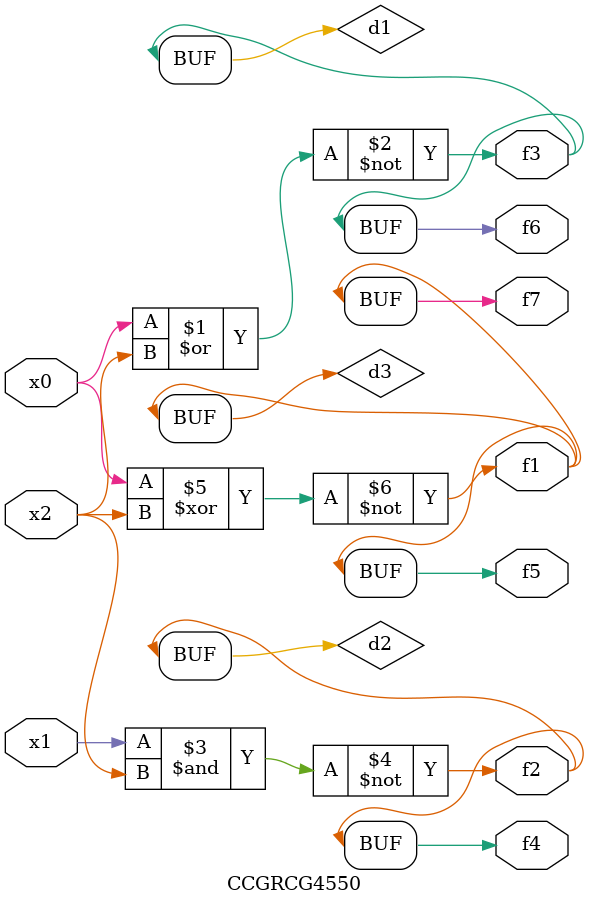
<source format=v>
module CCGRCG4550(
	input x0, x1, x2,
	output f1, f2, f3, f4, f5, f6, f7
);

	wire d1, d2, d3;

	nor (d1, x0, x2);
	nand (d2, x1, x2);
	xnor (d3, x0, x2);
	assign f1 = d3;
	assign f2 = d2;
	assign f3 = d1;
	assign f4 = d2;
	assign f5 = d3;
	assign f6 = d1;
	assign f7 = d3;
endmodule

</source>
